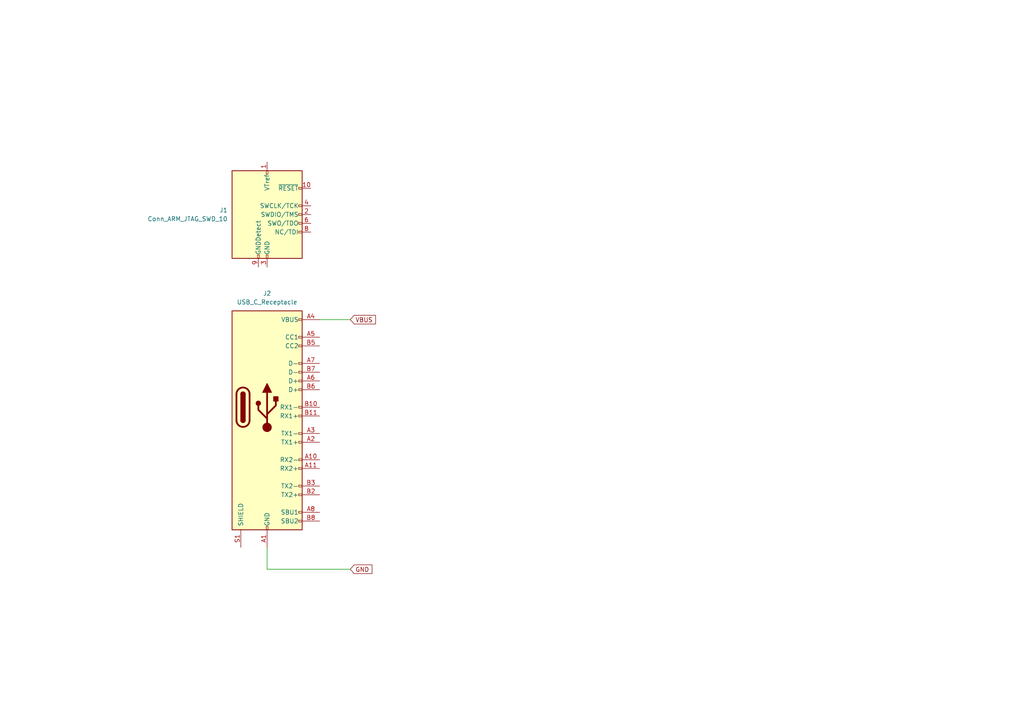
<source format=kicad_sch>
(kicad_sch (version 20231120) (generator "eeschema") (generator_version "8.0")
  (paper "A4")
  (lib_symbols
    (symbol "Connector:Conn_ARM_JTAG_SWD_10" (pin_names (offset 1.016))
      (property "Reference" "J" (at -2.54 16.51 0))
      (property "Value" "Conn_ARM_JTAG_SWD_10" (at -2.54 13.97 0))
      (symbol "Conn_ARM_JTAG_SWD_10_0_1"
        (rectangle (start -10.16 12.7) (end 10.16 -12.7) (stroke (width 0.254)) (fill (type background)))
        (rectangle (start -2.794 -12.7) (end -2.286 -11.684))
        (rectangle (start -0.254 -12.7) (end 0.254 -11.684))
        (rectangle (start -0.254 12.7) (end 0.254 11.684))
        (rectangle (start 9.144 2.286) (end 10.16 2.794))
        (rectangle (start 10.16 -2.794) (end 9.144 -2.286))
        (rectangle (start 10.16 -0.254) (end 9.144 0.254))
        (rectangle (start 10.16 7.874) (end 9.144 7.366))
      )
      (symbol "Conn_ARM_JTAG_SWD_10_1_1"
        (rectangle (start 9.144 -5.334) (end 10.16 -4.826))
        (pin power_in line (at 0 15.24 270) (length 2.54) (name "VTref") (number "1"))
        (pin open_collector line (at 12.7 7.62 180) (length 2.54) (name "~{RESET}") (number "10"))
        (pin bidirectional line (at 12.7 0 180) (length 2.54) (name "SWDIO/TMS") (number "2"))
        (pin power_in line (at 0 -15.24 90) (length 2.54) (name "GND") (number "3"))
        (pin output line (at 12.7 2.54 180) (length 2.54) (name "SWCLK/TCK") (number "4"))
        (pin passive line (at 0 -15.24 90) (length 2.54) hide (name "GND") (number "5"))
        (pin input line (at 12.7 -2.54 180) (length 2.54) (name "SWO/TDO") (number "6"))
        (pin no_connect line (at -10.16 0 0) (length 2.54) hide (name "KEY") (number "7"))
        (pin output line (at 12.7 -5.08 180) (length 2.54) (name "NC/TDI") (number "8"))
        (pin passive line (at -2.54 -15.24 90) (length 2.54) (name "GNDDetect") (number "9"))
      )
    )
    (symbol "Connector:USB_C_Receptacle" (pin_names (offset 1.016))
      (property "Reference" "J" (at -10.16 29.21 0))
      (property "Value" "USB_C_Receptacle" (at 10.16 29.21 0))
      (symbol "USB_C_Receptacle_0_0"
        (rectangle (start -0.254 -35.56) (end 0.254 -34.544))
        (rectangle (start 10.16 -32.766) (end 9.144 -33.274))
        (rectangle (start 10.16 -30.226) (end 9.144 -30.734))
        (rectangle (start 10.16 -25.146) (end 9.144 -25.654))
        (rectangle (start 10.16 -22.606) (end 9.144 -23.114))
        (rectangle (start 10.16 -17.526) (end 9.144 -18.034))
        (rectangle (start 10.16 -14.986) (end 9.144 -15.494))
        (rectangle (start 10.16 -9.906) (end 9.144 -10.414))
        (rectangle (start 10.16 -7.366) (end 9.144 -7.874))
        (rectangle (start 10.16 -2.286) (end 9.144 -2.794))
        (rectangle (start 10.16 0.254) (end 9.144 -0.254))
        (rectangle (start 10.16 5.334) (end 9.144 4.826))
        (rectangle (start 10.16 7.874) (end 9.144 7.366))
        (rectangle (start 10.16 10.414) (end 9.144 9.906))
        (rectangle (start 10.16 12.954) (end 9.144 12.446))
        (rectangle (start 10.16 18.034) (end 9.144 17.526))
        (rectangle (start 10.16 20.574) (end 9.144 20.066))
        (rectangle (start 10.16 25.654) (end 9.144 25.146))
      )
      (symbol "USB_C_Receptacle_0_1"
        (rectangle (start -10.16 27.94) (end 10.16 -35.56) (stroke (width 0.254)) (fill (type background)))
        (arc (start -8.89 -3.81) (mid -6.985 -5.7067) (end -5.08 -3.81) (stroke (width 0.508)))
        (arc (start -7.62 -3.81) (mid -6.985 -4.4423) (end -6.35 -3.81) (stroke (width 0.254)))
        (arc (start -7.62 -3.81) (mid -6.985 -4.4423) (end -6.35 -3.81) (stroke (width 0.254)) (fill (type outline)))
        (rectangle (start -7.62 -3.81) (end -6.35 3.81) (stroke (width 0.254)) (fill (type outline)))
        (arc (start -6.35 3.81) (mid -6.985 4.4423) (end -7.62 3.81) (stroke (width 0.254)))
        (arc (start -6.35 3.81) (mid -6.985 4.4423) (end -7.62 3.81) (stroke (width 0.254)) (fill (type outline)))
        (arc (start -5.08 3.81) (mid -6.985 5.7067) (end -8.89 3.81) (stroke (width 0.508)))
        (polyline (pts (xy -8.89 -3.81) (xy -8.89 3.81)) (stroke (width 0.508)))
        (polyline (pts (xy -5.08 3.81) (xy -5.08 -3.81)) (stroke (width 0.508)))
      )
      (symbol "USB_C_Receptacle_1_1"
        (circle (center -2.54 1.143) (radius 0.635) (stroke (width 0.254)) (fill (type outline)))
        (circle (center 0 -5.842) (radius 1.27) (fill (type outline)))
        (polyline (pts (xy 0 -5.842) (xy 0 4.318)) (stroke (width 0.508)))
        (polyline (pts (xy 0 -3.302) (xy -2.54 -0.762) (xy -2.54 0.508)) (stroke (width 0.508)))
        (polyline (pts (xy 0 -2.032) (xy 2.54 0.508) (xy 2.54 1.778)) (stroke (width 0.508)))
        (polyline (pts (xy -1.27 4.318) (xy 0 6.858) (xy 1.27 4.318) (xy -1.27 4.318)) (stroke (width 0.254)) (fill (type outline)))
        (rectangle (start 1.905 1.778) (end 3.175 3.048) (stroke (width 0.254)) (fill (type outline)))
        (pin passive line (at 0 -40.64 90) (length 5.08) (name "GND") (number "A1"))
        (pin bidirectional line (at 15.24 -15.24 180) (length 5.08) (name "RX2-") (number "A10"))
        (pin bidirectional line (at 15.24 -17.78 180) (length 5.08) (name "RX2+") (number "A11"))
        (pin passive line (at 0 -40.64 90) (length 5.08) hide (name "GND") (number "A12"))
        (pin bidirectional line (at 15.24 -10.16 180) (length 5.08) (name "TX1+") (number "A2"))
        (pin bidirectional line (at 15.24 -7.62 180) (length 5.08) (name "TX1-") (number "A3"))
        (pin passive line (at 15.24 25.4 180) (length 5.08) (name "VBUS") (number "A4"))
        (pin bidirectional line (at 15.24 20.32 180) (length 5.08) (name "CC1") (number "A5"))
        (pin bidirectional line (at 15.24 7.62 180) (length 5.08) (name "D+") (number "A6"))
        (pin bidirectional line (at 15.24 12.7 180) (length 5.08) (name "D-") (number "A7"))
        (pin bidirectional line (at 15.24 -30.48 180) (length 5.08) (name "SBU1") (number "A8"))
        (pin passive line (at 15.24 25.4 180) (length 5.08) hide (name "VBUS") (number "A9"))
        (pin passive line (at 0 -40.64 90) (length 5.08) hide (name "GND") (number "B1"))
        (pin bidirectional line (at 15.24 0 180) (length 5.08) (name "RX1-") (number "B10"))
        (pin bidirectional line (at 15.24 -2.54 180) (length 5.08) (name "RX1+") (number "B11"))
        (pin passive line (at 0 -40.64 90) (length 5.08) hide (name "GND") (number "B12"))
        (pin bidirectional line (at 15.24 -25.4 180) (length 5.08) (name "TX2+") (number "B2"))
        (pin bidirectional line (at 15.24 -22.86 180) (length 5.08) (name "TX2-") (number "B3"))
        (pin passive line (at 15.24 25.4 180) (length 5.08) hide (name "VBUS") (number "B4"))
        (pin bidirectional line (at 15.24 17.78 180) (length 5.08) (name "CC2") (number "B5"))
        (pin bidirectional line (at 15.24 5.08 180) (length 5.08) (name "D+") (number "B6"))
        (pin bidirectional line (at 15.24 10.16 180) (length 5.08) (name "D-") (number "B7"))
        (pin bidirectional line (at 15.24 -33.02 180) (length 5.08) (name "SBU2") (number "B8"))
        (pin passive line (at 15.24 25.4 180) (length 5.08) hide (name "VBUS") (number "B9"))
        (pin passive line (at -7.62 -40.64 90) (length 5.08) (name "SHIELD") (number "S1"))
      )
    )
  )
  (wire (pts (xy 77.47 165.1) (xy 101.6 165.1)))
  (wire (pts (xy 77.47 158.75) (xy 77.47 165.1)))
  (wire (pts (xy 92.71 92.71) (xy 101.6 92.71)))
  (global_label "VBUS" (shape input) (at 101.6 92.71 0) (property "Intersheetrefs" "${INTERSHEET_REFS}" (effects (hide yes))))
  (global_label "GND" (shape input) (at 101.6 165.1 0) (property "Intersheetrefs" "${INTERSHEET_REFS}" (effects (hide yes))))
  (symbol (lib_id "Connector:USB_C_Receptacle") (at 77.47 118.11 0) (unit 1)
    (property "Reference" "J2" (at 77.47 85.09 0))
    (property "Value" "USB_C_Receptacle" (at 77.47 87.63 0))
    (property "Footprint" "Connector_USB:USB_C_Receptacle_Amphenol_12401548E4-2A" (effects (hide yes)))
    (property "Datasheet" "https://www.usb.org/sites/default/files/documents/usb_type-c.zip" (effects (hide yes)))
    (property "Description" "USB Full-Featured Type-C Receptacle connector" (effects (hide yes)))
  )
  (symbol (lib_id "Connector:Conn_ARM_JTAG_SWD_10") (at 77.47 62.23 0) (unit 1)
    (property "Reference" "J1" (at 66.04 60.9599 0) (effects (justify right)))
    (property "Value" "Conn_ARM_JTAG_SWD_10" (at 66.04 63.4999 0) (effects (justify right)))
    (property "Datasheet" "http://infocenter.arm.com/help/topic/com.arm.doc.ddi0314h/DDI0314H_coresight_components_trm.pdf" (effects (hide yes)))
    (property "Description" "Cortex Debug Connector, standard ARM Cortex-M SWD and JTAG interface" (effects (hide yes)))
  )
)
</source>
